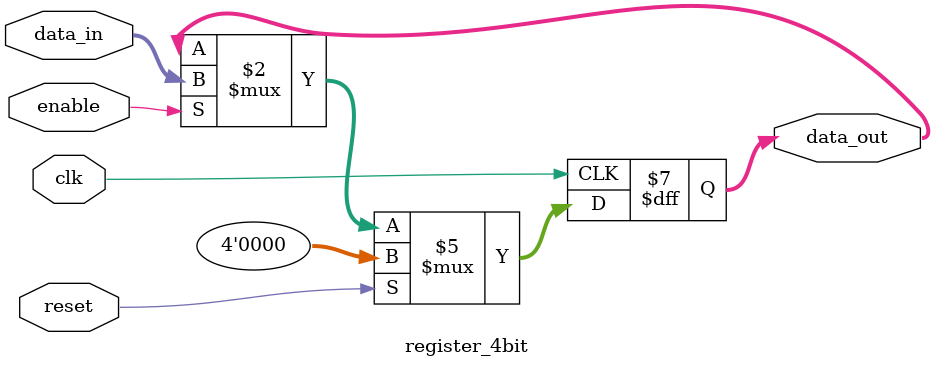
<source format=v>
module register_4bit (
    input clk,
    input reset,
    input enable,
    input [3:0] data_in,
    output reg [3:0] data_out
);

    always @(posedge clk) begin
        if (reset) begin
            data_out <= 4'b0;
        end else if (enable) begin
            data_out <= data_in;
        end
    end

endmodule
</source>
